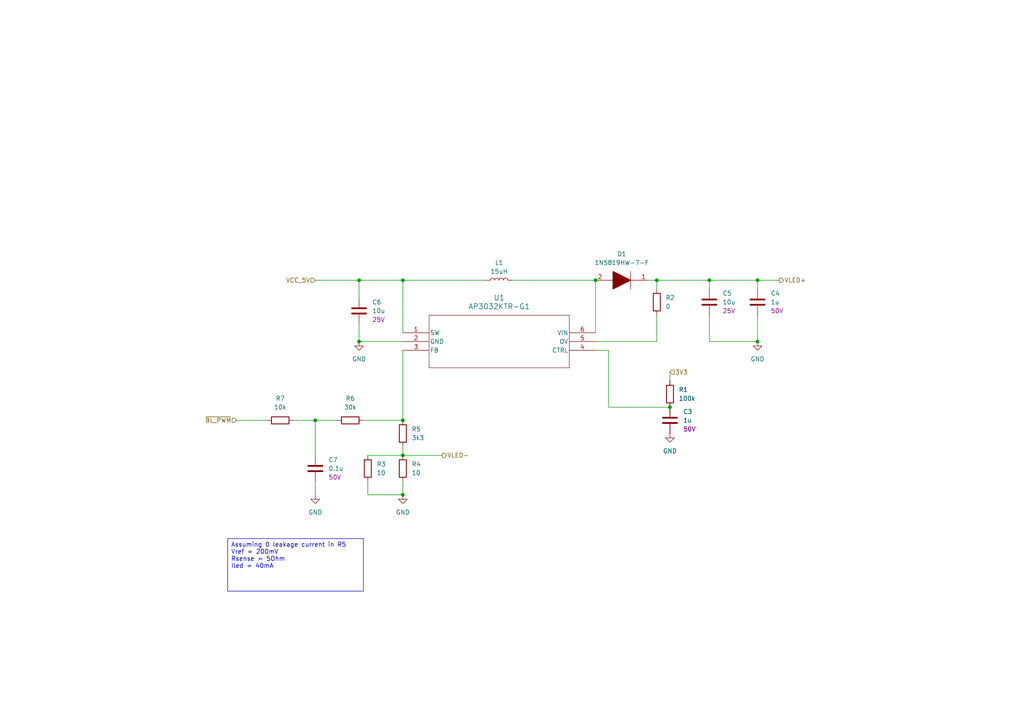
<source format=kicad_sch>
(kicad_sch (version 20250114) (generator "eeschema") (generator_version "9.0")
  (paper "A4")
  (title_block (title "Backlight PSU") (date "2025-09-01") (rev "Proto A"))
  (lib_symbols
    (symbol "VXDash_ICs:AP3032KTR-G1" (pin_names (offset 0.254))
      (property "Reference" "U" (at 27.94 10.16 0))
      (property "Value" "AP3032KTR-G1" (at 27.94 7.62 0))
      (symbol "AP3032KTR-G1_0_1"
        (polyline (pts (xy 7.62 5.08) (xy 7.62 -10.16)) (stroke (width 0.127)))
        (polyline (pts (xy 7.62 -10.16) (xy 48.26 -10.16)) (stroke (width 0.127)))
        (polyline (pts (xy 48.26 5.08) (xy 7.62 5.08)) (stroke (width 0.127)))
        (polyline (pts (xy 48.26 -10.16) (xy 48.26 5.08)) (stroke (width 0.127)))
        (pin output line (at 0 0 0) (length 7.62) (name "SW") (number "1"))
        (pin power_in line (at 0 -2.54 0) (length 7.62) (name "GND") (number "2"))
        (pin output line (at 0 -5.08 0) (length 7.62) (name "FB") (number "3"))
        (pin input line (at 55.88 0 180) (length 7.62) (name "VIN") (number "6"))
        (pin unspecified line (at 55.88 -2.54 180) (length 7.62) (name "OV") (number "5"))
        (pin unspecified line (at 55.88 -5.08 180) (length 7.62) (name "CTRL") (number "4"))
      )
    )
    (symbol "VXDash_diodes:1N5819HW-7-F" (pin_names (offset 0.762))
      (property "Reference" "D" (at 11.43 5.08 0))
      (property "Value" "1N5819HW-7-F" (at 11.43 2.54 0))
      (symbol "1N5819HW-7-F_0_0"
        (pin passive line (at 0 0 0) (length 2.54) (name "~") (number "1"))
        (pin passive line (at 15.24 0 180) (length 2.54) (name "~") (number "2"))
      )
      (symbol "1N5819HW-7-F_0_1"
        (polyline (pts (xy 2.54 0) (xy 5.08 0)) (stroke (width 0.1524)))
        (polyline (pts (xy 5.08 2.54) (xy 5.08 -2.54)) (stroke (width 0.1524)))
        (polyline (pts (xy 5.08 0) (xy 10.16 2.54) (xy 10.16 -2.54) (xy 5.08 0)) (stroke (width 0.254)) (fill (type outline)))
        (polyline (pts (xy 10.16 0) (xy 12.7 0)) (stroke (width 0.1524)))
      )
    )
    (symbol "VXDash_passives:Cap_MLCC" (pin_numbers (hide yes)) (pin_names (offset 0.254))
      (property "Reference" "C" (at 2.54 2.54 0))
      (property "Value" "Cap_MLCC" (at 2.54 0 0))
      (property "Voltage" "50V" (at 2.54 -2.54 0))
      (symbol "Cap_MLCC_0_1"
        (polyline (pts (xy -2.032 0.762) (xy 2.032 0.762)) (stroke (width 0.508)))
        (polyline (pts (xy -2.032 -0.762) (xy 2.032 -0.762)) (stroke (width 0.508)))
      )
      (symbol "Cap_MLCC_1_1"
        (pin passive line (at 0 3.81 270) (length 2.794) (name "~") (number "1"))
        (pin passive line (at 0 -3.81 90) (length 2.794) (name "~") (number "2"))
      )
    )
    (symbol "VXDash_passives:Ind" (pin_numbers (hide yes)) (pin_names (offset 1.016) (hide yes))
      (property "Reference" "L" (at -2.54 5.08 0))
      (property "Value" "Ind" (at -2.54 2.54 0))
      (symbol "Ind_0_1"
        (arc (start -2.54 0) (mid -1.905 0.6323) (end -1.27 0))
        (arc (start -1.27 0) (mid -0.635 0.6323) (end 0 0))
        (arc (start 0 0) (mid 0.635 0.6323) (end 1.27 0))
        (arc (start 1.27 0) (mid 1.905 0.6323) (end 2.54 0))
      )
      (symbol "Ind_1_1"
        (pin passive line (at -3.81 0 0) (length 1.27) (name "1") (number "1"))
        (pin passive line (at 3.81 0 180) (length 1.27) (name "2") (number "2"))
      )
    )
    (symbol "VXDash_passives:Res" (pin_numbers (hide yes)) (pin_names (offset 0))
      (property "Reference" "R" (at 1.27 1.27 0))
      (property "Value" "Res" (at 1.27 -1.27 0))
      (symbol "Res_0_1"
        (rectangle (start -1.016 -2.54) (end 1.016 2.54) (stroke (width 0.254)))
      )
      (symbol "Res_1_1"
        (pin passive line (at 0 3.81 270) (length 1.27) (name "~") (number "1"))
        (pin passive line (at 0 -3.81 90) (length 1.27) (name "~") (number "2"))
      )
    )
    (symbol "power:GND" (power) (pin_numbers (hide yes)) (pin_names (offset 0) (hide yes))
      (property "Value" "GND" (at 0 -3.81 0))
      (symbol "GND_0_1"
        (polyline (pts (xy 0 0) (xy 0 -1.27) (xy 1.27 -1.27) (xy 0 -2.54) (xy -1.27 -1.27) (xy 0 -1.27)))
      )
      (symbol "GND_1_1"
        (pin power_in line (at 0 0 270) (length 0) (name "~") (number "1"))
      )
    )
  )
  (text_box "Assuming 0 leakage current in R5\nVref = 200mV\nRsense = 5Ohm\nIled = 40mA" (at 66.04 156.21 0) (size 39.37 15.24) (margins 0.9525 0.9525 0.9525 0.9525) (effects (font (size 1.27 1.27)) (justify left top)))
  (junction (at 219.71 99.06))
  (junction (at 116.84 132.08))
  (junction (at 205.74 81.28))
  (junction (at 194.31 118.11))
  (junction (at 91.44 121.92))
  (junction (at 116.84 81.28))
  (junction (at 190.5 81.28))
  (junction (at 104.14 99.06))
  (junction (at 219.71 81.28))
  (junction (at 104.14 81.28))
  (junction (at 116.84 121.92))
  (junction (at 116.84 143.51))
  (junction (at 172.72 81.28))
  (wire (pts (xy 116.84 129.54) (xy 116.84 132.08)))
  (wire (pts (xy 205.74 91.44) (xy 205.74 99.06)))
  (wire (pts (xy 104.14 81.28) (xy 116.84 81.28)))
  (wire (pts (xy 172.72 96.52) (xy 172.72 81.28)))
  (wire (pts (xy 187.96 81.28) (xy 190.5 81.28)))
  (wire (pts (xy 106.68 143.51) (xy 116.84 143.51)))
  (wire (pts (xy 219.71 81.28) (xy 205.74 81.28)))
  (wire (pts (xy 190.5 81.28) (xy 190.5 83.82)))
  (wire (pts (xy 205.74 83.82) (xy 205.74 81.28)))
  (wire (pts (xy 116.84 139.7) (xy 116.84 143.51)))
  (wire (pts (xy 190.5 99.06) (xy 190.5 91.44)))
  (wire (pts (xy 105.41 121.92) (xy 116.84 121.92)))
  (wire (pts (xy 176.53 101.6) (xy 176.53 118.11)))
  (wire (pts (xy 116.84 81.28) (xy 140.97 81.28)))
  (wire (pts (xy 106.68 132.08) (xy 116.84 132.08)))
  (wire (pts (xy 91.44 121.92) (xy 97.79 121.92)))
  (wire (pts (xy 219.71 83.82) (xy 219.71 81.28)))
  (wire (pts (xy 194.31 107.95) (xy 194.31 110.49)))
  (wire (pts (xy 116.84 101.6) (xy 116.84 121.92)))
  (wire (pts (xy 116.84 96.52) (xy 116.84 81.28)))
  (wire (pts (xy 176.53 118.11) (xy 194.31 118.11)))
  (wire (pts (xy 91.44 121.92) (xy 91.44 132.08)))
  (wire (pts (xy 219.71 99.06) (xy 205.74 99.06)))
  (wire (pts (xy 116.84 99.06) (xy 104.14 99.06)))
  (wire (pts (xy 172.72 81.28) (xy 148.59 81.28)))
  (wire (pts (xy 205.74 81.28) (xy 190.5 81.28)))
  (wire (pts (xy 128.27 132.08) (xy 116.84 132.08)))
  (wire (pts (xy 219.71 81.28) (xy 226.06 81.28)))
  (wire (pts (xy 68.58 121.92) (xy 77.47 121.92)))
  (wire (pts (xy 85.09 121.92) (xy 91.44 121.92)))
  (wire (pts (xy 91.44 139.7) (xy 91.44 143.51)))
  (wire (pts (xy 106.68 139.7) (xy 106.68 143.51)))
  (wire (pts (xy 104.14 99.06) (xy 104.14 93.98)))
  (wire (pts (xy 172.72 99.06) (xy 190.5 99.06)))
  (wire (pts (xy 219.71 91.44) (xy 219.71 99.06)))
  (wire (pts (xy 172.72 101.6) (xy 176.53 101.6)))
  (wire (pts (xy 91.44 81.28) (xy 104.14 81.28)))
  (wire (pts (xy 104.14 86.36) (xy 104.14 81.28)))
  (hierarchical_label "~{BL_PWM}" (shape input) (at 68.58 121.92 180))
  (hierarchical_label "VLED-" (shape output) (at 128.27 132.08 0))
  (hierarchical_label "VCC_5V" (shape input) (at 91.44 81.28 180))
  (hierarchical_label "VLED+" (shape output) (at 226.06 81.28 0))
  (hierarchical_label "3V3" (shape input) (at 194.31 107.95 0))
  (symbol (lib_id "VXDash_passives:Res") (at 190.5 87.63 0) (unit 1)
    (property "Reference" "R2" (at 193.04 86.3599 0) (effects (justify left)))
    (property "Value" "0" (at 193.04 88.8999 0) (effects (justify left)))
    (property "Footprint" "Resistor_SMD:R_0603_1608Metric_Pad0.98x0.95mm_HandSolder" (effects (hide yes)))
    (property "Description" "Resistor" (effects (hide yes)))
    (property "Tol" "1%" (effects (hide yes)))
    (property "Power" "100mW" (effects (hide yes)))
  )
  (symbol (lib_id "VXDash_passives:Res") (at 116.84 125.73 0) (unit 1)
    (property "Reference" "R5" (at 119.38 124.4599 0) (effects (justify left)))
    (property "Value" "3k3" (at 119.38 126.9999 0) (effects (justify left)))
    (property "Footprint" "Resistor_SMD:R_0603_1608Metric_Pad0.98x0.95mm_HandSolder" (effects (hide yes)))
    (property "Description" "Resistor" (effects (hide yes)))
    (property "Tol" "1%" (effects (hide yes)))
    (property "Power" "100mW" (effects (hide yes)))
  )
  (symbol (lib_id "VXDash_passives:Res") (at 116.84 135.89 0) (unit 1)
    (property "Reference" "R4" (at 119.38 134.6199 0) (effects (justify left)))
    (property "Value" "10" (at 119.38 137.1599 0) (effects (justify left)))
    (property "Footprint" "Resistor_SMD:R_0603_1608Metric_Pad0.98x0.95mm_HandSolder" (effects (hide yes)))
    (property "Description" "Resistor" (effects (hide yes)))
    (property "Tol" "1%" (effects (hide yes)))
    (property "Power" "100mW" (effects (hide yes)))
  )
  (symbol (lib_id "VXDash_passives:Cap_MLCC") (at 194.31 121.92 0) (unit 1)
    (property "Reference" "C3" (at 198.12 119.3799 0) (effects (justify left)))
    (property "Value" "1u" (at 198.12 121.9199 0) (effects (justify left)))
    (property "Footprint" "Capacitor_SMD:C_0603_1608Metric_Pad1.08x0.95mm_HandSolder" (effects (hide yes)))
    (property "Description" "Ceramic Capacitor" (effects (hide yes)))
    (property "Voltage" "50V" (at 198.12 124.4599 0) (effects (justify left)))
    (property "Tol" "10%" (effects (hide yes)))
    (property "Dielectric" "X7R" (effects (hide yes)))
  )
  (symbol (lib_id "power:GND") (at 194.31 125.73 0) (unit 1)
    (property "Reference" "#PWR07" (effects (hide yes)))
    (property "Value" "GND" (at 194.31 130.81 0))
    (property "Description" "Power symbol creates a global label with name \"GND\" , ground" (effects (hide yes)))
  )
  (symbol (lib_id "VXDash_ICs:AP3032KTR-G1") (at 116.84 96.52 0) (unit 1)
    (property "Reference" "U1" (at 144.78 86.36 0) (effects (font (size 1.524 1.524))))
    (property "Value" "AP3032KTR-G1" (at 144.78 88.9 0) (effects (font (size 1.524 1.524))))
    (property "Footprint" "Package_TO_SOT_SMD:SOT-23-6" (effects (hide yes)))
    (property "Datasheet" "https://www.diodes.com/assets/Datasheets/AP3032.pdf" (effects (hide yes)))
    (property "Description" "IC LED DRV RGLTR PWM SOT23-6" (effects (hide yes)))
    (property "MFT" "Diodes Incorporated" (effects (hide yes)))
    (property "MFT_PN" "AP3032KTR-G1" (effects (hide yes)))
  )
  (symbol (lib_id "power:GND") (at 116.84 143.51 0) (unit 1)
    (property "Reference" "#PWR010" (effects (hide yes)))
    (property "Value" "GND" (at 116.84 148.59 0))
    (property "Description" "Power symbol creates a global label with name \"GND\" , ground" (effects (hide yes)))
  )
  (symbol (lib_id "VXDash_passives:Res") (at 106.68 135.89 0) (unit 1)
    (property "Reference" "R3" (at 109.22 134.6199 0) (effects (justify left)))
    (property "Value" "10" (at 109.22 137.1599 0) (effects (justify left)))
    (property "Footprint" "Resistor_SMD:R_0603_1608Metric_Pad0.98x0.95mm_HandSolder" (effects (hide yes)))
    (property "Description" "Resistor" (effects (hide yes)))
    (property "Tol" "1%" (effects (hide yes)))
    (property "Power" "100mW" (effects (hide yes)))
  )
  (symbol (lib_id "VXDash_passives:Res") (at 81.28 121.92 90) (unit 1)
    (property "Reference" "R7" (at 81.28 115.57 90))
    (property "Value" "10k" (at 81.28 118.11 90))
    (property "Footprint" "Resistor_SMD:R_0603_1608Metric_Pad0.98x0.95mm_HandSolder" (effects (hide yes)))
    (property "Description" "Resistor" (effects (hide yes)))
    (property "Tol" "1%" (effects (hide yes)))
    (property "Power" "100mW" (effects (hide yes)))
  )
  (symbol (lib_id "VXDash_passives:Res") (at 101.6 121.92 90) (unit 1)
    (property "Reference" "R6" (at 101.6 115.57 90))
    (property "Value" "30k" (at 101.6 118.11 90))
    (property "Footprint" "Resistor_SMD:R_0603_1608Metric_Pad0.98x0.95mm_HandSolder" (effects (hide yes)))
    (property "Description" "Resistor" (effects (hide yes)))
    (property "Tol" "1%" (effects (hide yes)))
    (property "Power" "100mW" (effects (hide yes)))
  )
  (symbol (lib_id "VXDash_passives:Cap_MLCC") (at 104.14 90.17 0) (unit 1)
    (property "Reference" "C6" (at 107.95 87.6299 0) (effects (justify left)))
    (property "Value" "10u" (at 107.95 90.1699 0) (effects (justify left)))
    (property "Footprint" "Capacitor_SMD:C_0603_1608Metric_Pad1.08x0.95mm_HandSolder" (effects (hide yes)))
    (property "Description" "Ceramic Capacitor" (effects (hide yes)))
    (property "Voltage" "25V" (at 107.95 92.7099 0) (effects (justify left)))
    (property "Tol" "10%" (effects (hide yes)))
    (property "Dielectric" "X7R" (effects (hide yes)))
  )
  (symbol (lib_id "VXDash_passives:Cap_MLCC") (at 219.71 87.63 0) (unit 1)
    (property "Reference" "C4" (at 223.52 85.0899 0) (effects (justify left)))
    (property "Value" "1u" (at 223.52 87.6299 0) (effects (justify left)))
    (property "Footprint" "Capacitor_SMD:C_0603_1608Metric_Pad1.08x0.95mm_HandSolder" (effects (hide yes)))
    (property "Description" "Ceramic Capacitor" (effects (hide yes)))
    (property "Voltage" "50V" (at 223.52 90.1699 0) (effects (justify left)))
    (property "Tol" "10%" (effects (hide yes)))
    (property "Dielectric" "X7R" (effects (hide yes)))
  )
  (symbol (lib_id "VXDash_passives:Cap_MLCC") (at 91.44 135.89 0) (unit 1)
    (property "Reference" "C7" (at 95.25 133.3499 0) (effects (justify left)))
    (property "Value" "0.1u" (at 95.25 135.8899 0) (effects (justify left)))
    (property "Footprint" "Capacitor_SMD:C_0603_1608Metric_Pad1.08x0.95mm_HandSolder" (effects (hide yes)))
    (property "Description" "Ceramic Capacitor" (effects (hide yes)))
    (property "Voltage" "50V" (at 95.25 138.4299 0) (effects (justify left)))
    (property "Tol" "10%" (effects (hide yes)))
    (property "Dielectric" "X7R" (effects (hide yes)))
  )
  (symbol (lib_id "VXDash_passives:Res") (at 194.31 114.3 0) (unit 1)
    (property "Reference" "R1" (at 196.85 113.0299 0) (effects (justify left)))
    (property "Value" "100k" (at 196.85 115.5699 0) (effects (justify left)))
    (property "Footprint" "Resistor_SMD:R_0603_1608Metric_Pad0.98x0.95mm_HandSolder" (effects (hide yes)))
    (property "Description" "Resistor" (effects (hide yes)))
    (property "Tol" "1%" (effects (hide yes)))
    (property "Power" "100mW" (effects (hide yes)))
  )
  (symbol (lib_id "VXDash_passives:Ind") (at 144.78 81.28 0) (unit 1)
    (property "Reference" "L1" (at 144.78 76.2 0))
    (property "Value" "15uH" (at 144.78 78.74 0))
    (property "Footprint" "Inductor_SMD:L_Taiyo-Yuden_NR-60xx_HandSoldering" (effects (hide yes)))
    (property "Datasheet" "https://www.vishay.com/docs/34083/ifsc-2020de-01.pdf" (effects (hide yes)))
    (property "Description" "Inductor" (effects (hide yes)))
    (property "MFT" "Vishay Dale" (effects (hide yes)))
    (property "MFT_PN" "IFSC2020DEER150M01" (effects (hide yes)))
    (property "Irated" "1.9A" (effects (hide yes)))
    (property "Isat" "2.3A" (effects (hide yes)))
    (property "DCR" "77mOhm" (effects (hide yes)))
    (property "Tol" "20%" (effects (hide yes)))
  )
  (symbol (lib_id "power:GND") (at 104.14 99.06 0) (unit 1)
    (property "Reference" "#PWR09" (effects (hide yes)))
    (property "Value" "GND" (at 104.14 104.14 0))
    (property "Description" "Power symbol creates a global label with name \"GND\" , ground" (effects (hide yes)))
  )
  (symbol (lib_id "power:GND") (at 219.71 99.06 0) (unit 1)
    (property "Reference" "#PWR08" (effects (hide yes)))
    (property "Value" "GND" (at 219.71 104.14 0))
    (property "Description" "Power symbol creates a global label with name \"GND\" , ground" (effects (hide yes)))
  )
  (symbol (lib_id "power:GND") (at 91.44 143.51 0) (unit 1)
    (property "Reference" "#PWR011" (effects (hide yes)))
    (property "Value" "GND" (at 91.44 148.59 0))
    (property "Description" "Power symbol creates a global label with name \"GND\" , ground" (effects (hide yes)))
  )
  (symbol (lib_id "VXDash_passives:Cap_MLCC") (at 205.74 87.63 0) (unit 1)
    (property "Reference" "C5" (at 209.55 85.0899 0) (effects (justify left)))
    (property "Value" "10u" (at 209.55 87.6299 0) (effects (justify left)))
    (property "Footprint" "Capacitor_SMD:C_0603_1608Metric_Pad1.08x0.95mm_HandSolder" (effects (hide yes)))
    (property "Description" "Ceramic Capacitor" (effects (hide yes)))
    (property "Voltage" "25V" (at 209.55 90.1699 0) (effects (justify left)))
    (property "Tol" "10%" (effects (hide yes)))
    (property "Dielectric" "X7R" (effects (hide yes)))
  )
  (symbol (lib_id "VXDash_diodes:1N5819HW-7-F") (at 187.96 81.28 180) (unit 1)
    (property "Reference" "D1" (at 180.34 73.66 0))
    (property "Value" "1N5819HW-7-F" (at 180.34 76.2 0))
    (property "Footprint" "Diode_SMD:D_SOD-123" (effects (hide yes)))
    (property "Datasheet" "https://www.diodes.com//assets/Datasheets/1N5819HW.pdf" (effects (hide yes)))
    (property "Description" "Diode Schottky 1A 40V SOD123 Diodes Inc 1N5819HW-7-F, SMT Schottky Diode, 40V 1A, 2-Pin SOD-123" (effects (hide yes)))
    (property "Height" "1.45" (effects (hide yes)))
    (property "MFT" "Diodes Incorporated" (effects (hide yes)))
    (property "MFT_PN" "1N5819HW-7-F" (effects (hide yes)))
    (property "Mouser Part Number" "621-1N5819HW-F" (effects (hide yes)))
    (property "Mouser Price/Stock" "https://www.mouser.co.uk/ProductDetail/Diodes-Incorporated/1N5819HW-7-F?qs=NQ47qNm99eDyWTEd07miYA%3D%3D" (effects (hide yes)))
    (property "Arrow Part Number" "1N5819HW-7-F" (effects (hide yes)))
    (property "Arrow Price/Stock" "https://www.arrow.com/en/products/1n5819hw-7-f/diodes-incorporated?utm_currency=USD&region=nac" (effects (hide yes)))
  )
)
</source>
